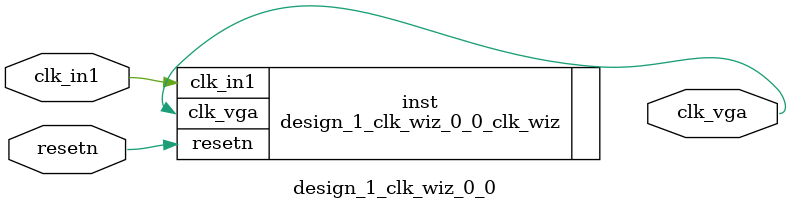
<source format=v>


`timescale 1ps/1ps

(* CORE_GENERATION_INFO = "design_1_clk_wiz_0_0,clk_wiz_v6_0_4_0_0,{component_name=design_1_clk_wiz_0_0,use_phase_alignment=true,use_min_o_jitter=false,use_max_i_jitter=false,use_dyn_phase_shift=false,use_inclk_switchover=false,use_dyn_reconfig=false,enable_axi=0,feedback_source=FDBK_AUTO,PRIMITIVE=MMCM,num_out_clk=1,clkin1_period=10.000,clkin2_period=10.000,use_power_down=false,use_reset=true,use_locked=false,use_inclk_stopped=false,feedback_type=SINGLE,CLOCK_MGR_TYPE=NA,manual_override=false}" *)

module design_1_clk_wiz_0_0 
 (
  // Clock out ports
  output        clk_vga,
  // Status and control signals
  input         resetn,
 // Clock in ports
  input         clk_in1
 );

  design_1_clk_wiz_0_0_clk_wiz inst
  (
  // Clock out ports  
  .clk_vga(clk_vga),
  // Status and control signals               
  .resetn(resetn), 
 // Clock in ports
  .clk_in1(clk_in1)
  );

endmodule

</source>
